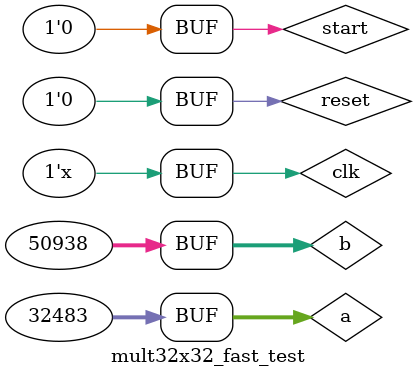
<source format=sv>
module mult32x32_fast_test;

    logic clk;            // Clock
    logic reset;          // Reset
    logic start;          // Start signal
    logic [31:0] a;       // Input a
    logic [31:0] b;       // Input b
    logic busy;           // Multiplier busy indication
    logic [63:0] product; // Miltiplication product

// Put your code here
// ------------------
  mult32x32_fast test_inst(
        .clk(clk),
        .reset(reset),
        .start(start), 
        .a(a), 
        .b(b), 
        .busy(busy),
        .product(product)
     );
	 
 
	 initial begin
	 clk=1'b1;
	 a=64'd0;
	 b=64'd0;
	 reset=1'b1;
	 start=1'b0;
	 #80
	 reset=1'b0;
	 #20
	 a=64'd204701411;
	 b=64'd206489338;
	 #20
	 start=1'b1;
	 #20 
	 start=1'b0;
	 # 300
	 a=32'h7EE3;
	 b=32'hC6FA;
	 #20
	 start=1'b1;
	 #20
	 start=1'b0;
	 
	 end
	 always begin
       #10
	   clk = ~clk;
    end 
// End of your code

endmodule

</source>
